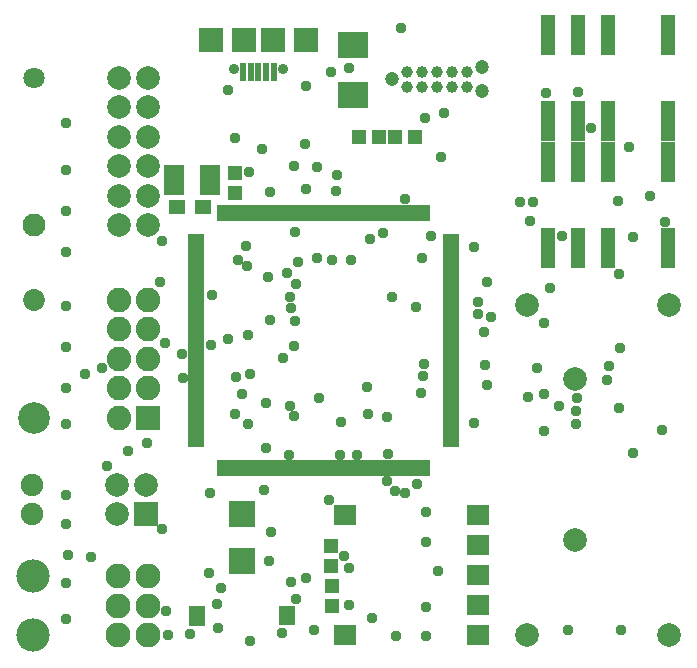
<source format=gbr>
G04 EAGLE Gerber RS-274X export*
G75*
%MOMM*%
%FSLAX34Y34*%
%LPD*%
%INSoldermask Top*%
%IPPOS*%
%AMOC8*
5,1,8,0,0,1.08239X$1,22.5*%
G01*
%ADD10R,1.203200X1.303200*%
%ADD11R,1.303200X1.203200*%
%ADD12R,1.803200X2.603200*%
%ADD13R,2.203200X2.203200*%
%ADD14R,0.603200X1.553200*%
%ADD15R,2.003200X2.103200*%
%ADD16R,2.103200X2.103200*%
%ADD17C,0.903200*%
%ADD18C,0.990600*%
%ADD19C,1.203200*%
%ADD20C,2.003200*%
%ADD21C,1.953200*%
%ADD22C,1.803200*%
%ADD23C,2.103200*%
%ADD24C,2.828200*%
%ADD25R,1.473200X0.838200*%
%ADD26R,1.203200X3.363200*%
%ADD27R,1.403200X1.203200*%
%ADD28R,2.003200X2.003200*%
%ADD29C,1.903200*%
%ADD30R,1.403200X0.503200*%
%ADD31R,0.503200X1.403200*%
%ADD32R,1.854200X1.727200*%
%ADD33R,2.603200X2.303200*%
%ADD34R,2.078200X2.078200*%
%ADD35C,2.078200*%
%ADD36C,2.682109*%
%ADD37C,1.853200*%
%ADD38C,0.959600*%


D10*
X213100Y400600D03*
X213100Y417600D03*
D11*
X335000Y447800D03*
X318000Y447800D03*
X348500Y448000D03*
X365500Y448000D03*
D12*
X192000Y411300D03*
X162000Y411300D03*
D13*
X219000Y128820D03*
X219000Y88820D03*
D14*
X233100Y503050D03*
X226600Y503050D03*
X239600Y503050D03*
X246100Y503050D03*
X220100Y503050D03*
D15*
X193100Y529800D03*
D16*
X221100Y529800D03*
X245100Y529800D03*
D15*
X273100Y529800D03*
D17*
X253850Y505300D03*
X212350Y505300D03*
D18*
X358600Y502850D03*
X371300Y502850D03*
X384000Y502850D03*
X384000Y490150D03*
X371300Y490150D03*
X358600Y490150D03*
X396700Y502850D03*
X409400Y502850D03*
X396700Y490150D03*
X409400Y490150D03*
X358600Y502850D03*
X358600Y502850D03*
D19*
X345900Y496500D03*
X422100Y486340D03*
X422100Y506660D03*
D20*
X139700Y372900D03*
X139700Y397900D03*
X139700Y422900D03*
X139700Y447900D03*
X139700Y472900D03*
X139700Y497900D03*
X114700Y372900D03*
X114700Y397900D03*
X114700Y422900D03*
X114700Y447900D03*
X114700Y472900D03*
X114700Y497900D03*
D21*
X42900Y372900D03*
D22*
X42900Y497900D03*
D23*
X139300Y25800D03*
X139300Y50800D03*
X139300Y75800D03*
X114300Y25800D03*
X114300Y50800D03*
X114300Y75800D03*
D24*
X42500Y75800D03*
X42500Y25800D03*
D25*
X181000Y46464D03*
X181000Y38336D03*
X256900Y46564D03*
X256900Y38436D03*
D26*
X580100Y426300D03*
X529300Y426300D03*
X503900Y426300D03*
X478500Y426300D03*
X478500Y353900D03*
X503900Y353900D03*
X529300Y353900D03*
X580100Y353900D03*
D20*
X501500Y243200D03*
X501500Y106200D03*
X460500Y25700D03*
X580500Y25700D03*
X580500Y305700D03*
X460500Y305700D03*
D27*
X186400Y388400D03*
X164400Y388400D03*
D10*
X294700Y84700D03*
X294700Y101700D03*
X295000Y50900D03*
X295000Y67900D03*
D28*
X138230Y128470D03*
D20*
X138230Y153470D03*
X113230Y153470D03*
X113230Y128470D03*
D29*
X41430Y153470D03*
X41430Y128470D03*
D30*
X396290Y188090D03*
X396290Y193090D03*
X396290Y198090D03*
X396290Y203090D03*
X396290Y208090D03*
X396290Y213090D03*
X396290Y218090D03*
X396290Y223090D03*
X396290Y228090D03*
X396290Y233090D03*
X396290Y238090D03*
X396290Y243090D03*
X396290Y248090D03*
X396290Y253090D03*
X396290Y258090D03*
X396290Y263090D03*
X396290Y268090D03*
X396290Y273090D03*
X396290Y278090D03*
X396290Y283090D03*
X396290Y288090D03*
X396290Y293090D03*
X396290Y298090D03*
X396290Y303090D03*
X396290Y308090D03*
X396290Y313090D03*
X396290Y318090D03*
X396290Y323090D03*
X396290Y328090D03*
X396290Y333090D03*
X396290Y338090D03*
X396290Y343090D03*
X396290Y348090D03*
X396290Y353090D03*
X396290Y358090D03*
X396290Y363090D03*
D31*
X375790Y383590D03*
X370790Y383590D03*
X365790Y383590D03*
X360790Y383590D03*
X355790Y383590D03*
X350790Y383590D03*
X345790Y383590D03*
X340790Y383590D03*
X335790Y383590D03*
X330790Y383590D03*
X325790Y383590D03*
X320790Y383590D03*
X315790Y383590D03*
X310790Y383590D03*
X305790Y383590D03*
X300790Y383590D03*
X295790Y383590D03*
X290790Y383590D03*
X285790Y383590D03*
X280790Y383590D03*
X275790Y383590D03*
X270790Y383590D03*
X265790Y383590D03*
X260790Y383590D03*
X255790Y383590D03*
X250790Y383590D03*
X245790Y383590D03*
X240790Y383590D03*
X235790Y383590D03*
X230790Y383590D03*
X225790Y383590D03*
X220790Y383590D03*
X215790Y383590D03*
X210790Y383590D03*
X205790Y383590D03*
X200790Y383590D03*
D30*
X180290Y363090D03*
X180290Y358090D03*
X180290Y353090D03*
X180290Y348090D03*
X180290Y343090D03*
X180290Y338090D03*
X180290Y333090D03*
X180290Y328090D03*
X180290Y323090D03*
X180290Y318090D03*
X180290Y313090D03*
X180290Y308090D03*
X180290Y303090D03*
X180290Y298090D03*
X180290Y293090D03*
X180290Y288090D03*
X180290Y283090D03*
X180290Y278090D03*
X180290Y273090D03*
X180290Y268090D03*
X180290Y263090D03*
X180290Y258090D03*
X180290Y253090D03*
X180290Y248090D03*
X180290Y243090D03*
X180290Y238090D03*
X180290Y233090D03*
X180290Y228090D03*
X180290Y223090D03*
X180290Y218090D03*
X180290Y213090D03*
X180290Y208090D03*
X180290Y203090D03*
X180290Y198090D03*
X180290Y193090D03*
X180290Y188090D03*
D31*
X200790Y167590D03*
X205790Y167590D03*
X210790Y167590D03*
X215790Y167590D03*
X220790Y167590D03*
X225790Y167590D03*
X230790Y167590D03*
X235790Y167590D03*
X240790Y167590D03*
X245790Y167590D03*
X250790Y167590D03*
X255790Y167590D03*
X260790Y167590D03*
X265790Y167590D03*
X270790Y167590D03*
X275790Y167590D03*
X280790Y167590D03*
X285790Y167590D03*
X290790Y167590D03*
X295790Y167590D03*
X300790Y167590D03*
X305790Y167590D03*
X310790Y167590D03*
X315790Y167590D03*
X320790Y167590D03*
X325790Y167590D03*
X330790Y167590D03*
X335790Y167590D03*
X340790Y167590D03*
X345790Y167590D03*
X350790Y167590D03*
X355790Y167590D03*
X360790Y167590D03*
X365790Y167590D03*
X370790Y167590D03*
X375790Y167590D03*
D32*
X306100Y128000D03*
X306100Y26400D03*
X419130Y26400D03*
X419130Y51800D03*
X419130Y77200D03*
X419130Y102600D03*
X419130Y128000D03*
D33*
X313170Y525330D03*
X313170Y483330D03*
D26*
X579700Y533700D03*
X528900Y533700D03*
X503500Y533700D03*
X478100Y533700D03*
X478100Y461300D03*
X503500Y461300D03*
X528900Y461300D03*
X579700Y461300D03*
D34*
X140000Y210000D03*
D35*
X140000Y235000D03*
X140000Y260000D03*
X140000Y285000D03*
X140000Y310000D03*
X115000Y210000D03*
X115000Y235000D03*
X115000Y260000D03*
X115000Y285000D03*
X115000Y310000D03*
D36*
X43200Y210000D03*
D37*
X43200Y310000D03*
D38*
X72000Y94000D03*
X475100Y198700D03*
X475000Y230000D03*
X122900Y182300D03*
X426500Y238000D03*
X465300Y392500D03*
X430000Y295000D03*
X426700Y324800D03*
X155000Y46500D03*
X91400Y92300D03*
X138900Y188700D03*
X353900Y540100D03*
X537700Y393400D03*
X528200Y241700D03*
X225800Y21400D03*
X341600Y211100D03*
X302900Y206800D03*
X151700Y359500D03*
X70000Y460000D03*
X70000Y420000D03*
X70000Y385000D03*
X70000Y350000D03*
X70000Y305000D03*
X70000Y270000D03*
X70000Y235000D03*
X70000Y205000D03*
X70000Y145000D03*
X70000Y120000D03*
X70000Y70000D03*
X70000Y40000D03*
X264400Y367000D03*
X191000Y78500D03*
X260400Y70800D03*
X280000Y30000D03*
X350000Y25000D03*
X375000Y25000D03*
X375000Y50000D03*
X385000Y80000D03*
X375000Y105000D03*
X375000Y130000D03*
X495000Y30000D03*
X540000Y30000D03*
X575000Y200000D03*
X550000Y180000D03*
X469300Y252600D03*
X425000Y255000D03*
X480000Y320000D03*
X463300Y376600D03*
X546700Y439400D03*
X515000Y455000D03*
X327700Y361800D03*
X302500Y178900D03*
X239500Y222500D03*
X373500Y255300D03*
X299800Y415900D03*
X198900Y31700D03*
X156400Y26200D03*
X198300Y52200D03*
X260100Y312500D03*
X283100Y344900D03*
X311900Y343700D03*
X326100Y213400D03*
X241400Y329200D03*
X223700Y338500D03*
X104700Y169200D03*
X379600Y364200D03*
X305600Y92900D03*
X316400Y178900D03*
X390000Y468000D03*
X416000Y355000D03*
X388000Y431000D03*
X243000Y401000D03*
X207200Y277000D03*
X490000Y364000D03*
X550000Y363000D03*
X367000Y154000D03*
X310000Y506000D03*
X487400Y219800D03*
X239400Y184600D03*
X267000Y342000D03*
X244000Y113000D03*
X243000Y293000D03*
X325100Y235900D03*
X242000Y89000D03*
X168000Y264000D03*
X100296Y251996D03*
X193300Y272044D03*
X153700Y273100D03*
X226200Y247500D03*
X201800Y65538D03*
X174900Y27300D03*
X253000Y27700D03*
X264500Y56800D03*
X253900Y260600D03*
X370894Y231100D03*
X259800Y219800D03*
X257224Y332576D03*
X259200Y178896D03*
X348400Y147800D03*
X262900Y271200D03*
X224300Y279900D03*
X419196Y298308D03*
X419300Y307800D03*
X222824Y355812D03*
X225500Y417900D03*
X577000Y376000D03*
X329300Y40600D03*
X372800Y245300D03*
X501900Y204500D03*
X539100Y269500D03*
X264494Y323394D03*
X415800Y205300D03*
X357366Y394965D03*
X374000Y464000D03*
X168984Y244100D03*
X238000Y148574D03*
X366850Y304250D03*
X454600Y392700D03*
X338800Y366700D03*
X295800Y344000D03*
X357614Y146500D03*
X193600Y314400D03*
X263876Y292100D03*
X475000Y290076D03*
X371866Y345400D03*
X502300Y215400D03*
X215574Y343226D03*
X261000Y303000D03*
X283100Y422616D03*
X272377Y442077D03*
X262900Y423500D03*
X298700Y402100D03*
X273596Y403600D03*
X345994Y312700D03*
X213706Y244900D03*
X236300Y437200D03*
X342006Y156284D03*
X461476Y227400D03*
X192500Y146284D03*
X293100Y140100D03*
X263400Y211206D03*
X224024Y205076D03*
X564800Y397400D03*
X213600Y213500D03*
X284494Y226776D03*
X503000Y227000D03*
X530000Y254000D03*
X342552Y178952D03*
X273000Y74300D03*
X538400Y218300D03*
X538800Y331500D03*
X310100Y51300D03*
X309848Y82652D03*
X423800Y283000D03*
X504000Y486000D03*
X86676Y247000D03*
X207000Y487858D03*
X477000Y485000D03*
X219350Y230350D03*
X213306Y447000D03*
X150181Y325115D03*
X273600Y491100D03*
X294900Y502500D03*
X151724Y116076D03*
M02*

</source>
